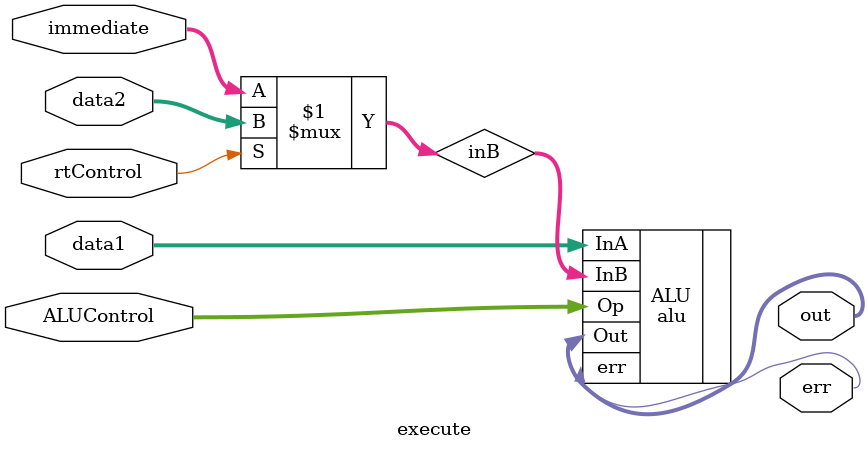
<source format=v>
/*
   CS/ECE 552 Spring '20
  
   Filename        : execute.v
   Description     : This is the overall module for the execute stage of the processor.
*/
module execute (data1, data2, immediate, ALUControl, rtControl, out, err);
    input [15:0] data1, data2, immediate;
    input [3:0] ALUControl;
    input rtControl;
    output [15:0] out;
    output err;

    wire [15:0] inB;

    assign inB = (rtControl) ? data2 : immediate;
    alu ALU(.InA(data1), .InB(inB), .Op(ALUControl), .Out(out), .err(err));
endmodule

</source>
